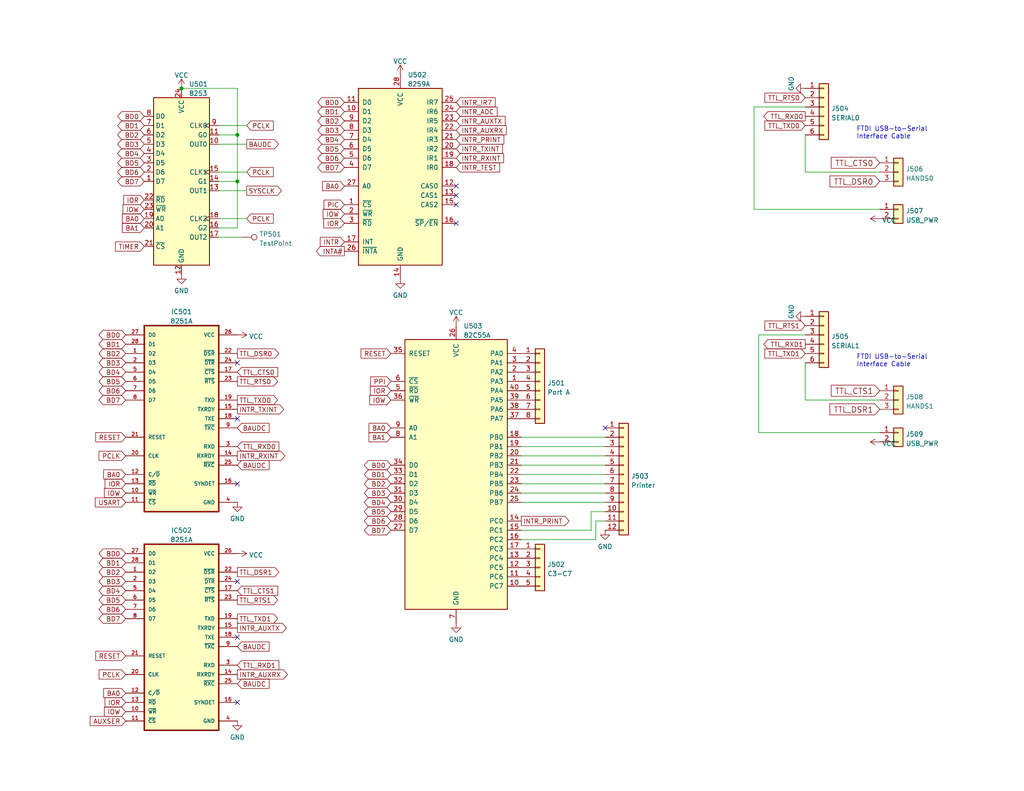
<source format=kicad_sch>
(kicad_sch (version 20211123) (generator eeschema)
  (paper "A")
  (title_block (title "8088Min CPU Board") (date "2022-10-07") (rev "1.0-001") (comment 1 "8088 Minimum-mode SBC") (comment 2 "Based on design from Walter Fuller"))
  (lib_symbols
    (symbol "8251A:8251A" (pin_names (offset 1.016))
      (property "Reference" "IC" (at -10.16 26.67 0))
      (property "Value" "8251A" (at -10.16 -27.94 0))
      (symbol "8251A_0_0"
        (rectangle (start -10.16 -25.4) (end 10.16 25.4) (stroke (width 0.4064)) (fill (type background)))
        (pin tri_state line (at -15.24 17.78 0) (length 5.08) (name "D2") (number "1"))
        (pin input line (at -15.24 -20.32 0) (length 5.08) (name "~{WR}") (number "10"))
        (pin input line (at -15.24 -22.86 0) (length 5.08) (name "~{CS}") (number "11"))
        (pin input line (at -15.24 -15.24 0) (length 5.08) (name "C/~{D}") (number "12"))
        (pin input line (at -15.24 -17.78 0) (length 5.08) (name "~{RD}") (number "13"))
        (pin output line (at 15.24 -10.16 180) (length 5.08) (name "RXRDY") (number "14"))
        (pin output line (at 15.24 2.54 180) (length 5.08) (name "TXRDY") (number "15"))
        (pin bidirectional line (at 15.24 -17.78 180) (length 5.08) (name "SYNDET") (number "16"))
        (pin input line (at 15.24 12.7 180) (length 5.08) (name "~{CTS}") (number "17"))
        (pin output line (at 15.24 0 180) (length 5.08) (name "TXE") (number "18"))
        (pin output line (at 15.24 5.08 180) (length 5.08) (name "TXD") (number "19"))
        (pin tri_state line (at -15.24 15.24 0) (length 5.08) (name "D3") (number "2"))
        (pin input line (at -15.24 -10.16 0) (length 5.08) (name "CLK") (number "20"))
        (pin input line (at -15.24 -5.08 0) (length 5.08) (name "RESET") (number "21"))
        (pin input line (at 15.24 17.78 180) (length 5.08) (name "~{DSR}") (number "22"))
        (pin output line (at 15.24 10.16 180) (length 5.08) (name "~{RTS}") (number "23"))
        (pin output line (at 15.24 15.24 180) (length 5.08) (name "~{DTR}") (number "24"))
        (pin input line (at 15.24 -12.7 180) (length 5.08) (name "~{RXC}") (number "25"))
        (pin power_in line (at 15.24 22.86 180) (length 5.08) (name "VCC") (number "26"))
        (pin tri_state line (at -15.24 22.86 0) (length 5.08) (name "D0") (number "27"))
        (pin tri_state line (at -15.24 20.32 0) (length 5.08) (name "D1") (number "28"))
        (pin input line (at 15.24 -7.62 180) (length 5.08) (name "RXD") (number "3"))
        (pin power_in line (at 15.24 -22.86 180) (length 5.08) (name "GND") (number "4"))
        (pin tri_state line (at -15.24 12.7 0) (length 5.08) (name "D4") (number "5"))
        (pin tri_state line (at -15.24 10.16 0) (length 5.08) (name "D5") (number "6"))
        (pin tri_state line (at -15.24 7.62 0) (length 5.08) (name "D6") (number "7"))
        (pin tri_state line (at -15.24 5.08 0) (length 5.08) (name "D7") (number "8"))
        (pin input line (at 15.24 -2.54 180) (length 5.08) (name "~{TXC}") (number "9"))
      )
    )
    (symbol "Connector:TestPoint" (pin_numbers hide) (pin_names (offset 0.762) hide)
      (property "Reference" "TP" (at 0 6.858 0))
      (property "Value" "TestPoint" (at 0 5.08 0))
      (symbol "TestPoint_0_1"
        (circle (center 0 3.302) (radius 0.762))
      )
      (symbol "TestPoint_1_1"
        (pin passive line (at 0 0 90) (length 2.54) (name "1") (number "1"))
      )
    )
    (symbol "Connector_Generic:Conn_01x02" (pin_names (offset 1.016) hide)
      (property "Reference" "J" (at 0 2.54 0))
      (property "Value" "Conn_01x02" (at 0 -5.08 0))
      (symbol "Conn_01x02_1_1"
        (rectangle (start -1.27 -2.413) (end 0 -2.667) (stroke (width 0.1524)))
        (rectangle (start -1.27 0.127) (end 0 -0.127) (stroke (width 0.1524)))
        (rectangle (start -1.27 1.27) (end 1.27 -3.81) (stroke (width 0.254)) (fill (type background)))
        (pin passive line (at -5.08 0 0) (length 3.81) (name "Pin_1") (number "1"))
        (pin passive line (at -5.08 -2.54 0) (length 3.81) (name "Pin_2") (number "2"))
      )
    )
    (symbol "Connector_Generic:Conn_01x03" (pin_names (offset 1.016) hide)
      (property "Reference" "J" (at 0 5.08 0))
      (property "Value" "Conn_01x03" (at 0 -5.08 0))
      (symbol "Conn_01x03_1_1"
        (rectangle (start -1.27 -2.413) (end 0 -2.667) (stroke (width 0.1524)))
        (rectangle (start -1.27 0.127) (end 0 -0.127) (stroke (width 0.1524)))
        (rectangle (start -1.27 2.667) (end 0 2.413) (stroke (width 0.1524)))
        (rectangle (start -1.27 3.81) (end 1.27 -3.81) (stroke (width 0.254)) (fill (type background)))
        (pin passive line (at -5.08 2.54 0) (length 3.81) (name "Pin_1") (number "1"))
        (pin passive line (at -5.08 0 0) (length 3.81) (name "Pin_2") (number "2"))
        (pin passive line (at -5.08 -2.54 0) (length 3.81) (name "Pin_3") (number "3"))
      )
    )
    (symbol "Connector_Generic:Conn_01x05" (pin_names (offset 1.016) hide)
      (property "Reference" "J" (at 0 7.62 0))
      (property "Value" "Conn_01x05" (at 0 -7.62 0))
      (symbol "Conn_01x05_1_1"
        (rectangle (start -1.27 -4.953) (end 0 -5.207) (stroke (width 0.1524)))
        (rectangle (start -1.27 -2.413) (end 0 -2.667) (stroke (width 0.1524)))
        (rectangle (start -1.27 0.127) (end 0 -0.127) (stroke (width 0.1524)))
        (rectangle (start -1.27 2.667) (end 0 2.413) (stroke (width 0.1524)))
        (rectangle (start -1.27 5.207) (end 0 4.953) (stroke (width 0.1524)))
        (rectangle (start -1.27 6.35) (end 1.27 -6.35) (stroke (width 0.254)) (fill (type background)))
        (pin passive line (at -5.08 5.08 0) (length 3.81) (name "Pin_1") (number "1"))
        (pin passive line (at -5.08 2.54 0) (length 3.81) (name "Pin_2") (number "2"))
        (pin passive line (at -5.08 0 0) (length 3.81) (name "Pin_3") (number "3"))
        (pin passive line (at -5.08 -2.54 0) (length 3.81) (name "Pin_4") (number "4"))
        (pin passive line (at -5.08 -5.08 0) (length 3.81) (name "Pin_5") (number "5"))
      )
    )
    (symbol "Connector_Generic:Conn_01x06" (pin_names (offset 1.016) hide)
      (property "Reference" "J" (at 0 7.62 0))
      (property "Value" "Conn_01x06" (at 0 -10.16 0))
      (symbol "Conn_01x06_1_1"
        (rectangle (start -1.27 -7.493) (end 0 -7.747) (stroke (width 0.1524)))
        (rectangle (start -1.27 -4.953) (end 0 -5.207) (stroke (width 0.1524)))
        (rectangle (start -1.27 -2.413) (end 0 -2.667) (stroke (width 0.1524)))
        (rectangle (start -1.27 0.127) (end 0 -0.127) (stroke (width 0.1524)))
        (rectangle (start -1.27 2.667) (end 0 2.413) (stroke (width 0.1524)))
        (rectangle (start -1.27 5.207) (end 0 4.953) (stroke (width 0.1524)))
        (rectangle (start -1.27 6.35) (end 1.27 -8.89) (stroke (width 0.254)) (fill (type background)))
        (pin passive line (at -5.08 5.08 0) (length 3.81) (name "Pin_1") (number "1"))
        (pin passive line (at -5.08 2.54 0) (length 3.81) (name "Pin_2") (number "2"))
        (pin passive line (at -5.08 0 0) (length 3.81) (name "Pin_3") (number "3"))
        (pin passive line (at -5.08 -2.54 0) (length 3.81) (name "Pin_4") (number "4"))
        (pin passive line (at -5.08 -5.08 0) (length 3.81) (name "Pin_5") (number "5"))
        (pin passive line (at -5.08 -7.62 0) (length 3.81) (name "Pin_6") (number "6"))
      )
    )
    (symbol "Connector_Generic:Conn_01x08" (pin_names (offset 1.016) hide)
      (property "Reference" "J" (at 0 10.16 0))
      (property "Value" "Conn_01x08" (at 0 -12.7 0))
      (symbol "Conn_01x08_1_1"
        (rectangle (start -1.27 -10.033) (end 0 -10.287) (stroke (width 0.1524)))
        (rectangle (start -1.27 -7.493) (end 0 -7.747) (stroke (width 0.1524)))
        (rectangle (start -1.27 -4.953) (end 0 -5.207) (stroke (width 0.1524)))
        (rectangle (start -1.27 -2.413) (end 0 -2.667) (stroke (width 0.1524)))
        (rectangle (start -1.27 0.127) (end 0 -0.127) (stroke (width 0.1524)))
        (rectangle (start -1.27 2.667) (end 0 2.413) (stroke (width 0.1524)))
        (rectangle (start -1.27 5.207) (end 0 4.953) (stroke (width 0.1524)))
        (rectangle (start -1.27 7.747) (end 0 7.493) (stroke (width 0.1524)))
        (rectangle (start -1.27 8.89) (end 1.27 -11.43) (stroke (width 0.254)) (fill (type background)))
        (pin passive line (at -5.08 7.62 0) (length 3.81) (name "Pin_1") (number "1"))
        (pin passive line (at -5.08 5.08 0) (length 3.81) (name "Pin_2") (number "2"))
        (pin passive line (at -5.08 2.54 0) (length 3.81) (name "Pin_3") (number "3"))
        (pin passive line (at -5.08 0 0) (length 3.81) (name "Pin_4") (number "4"))
        (pin passive line (at -5.08 -2.54 0) (length 3.81) (name "Pin_5") (number "5"))
        (pin passive line (at -5.08 -5.08 0) (length 3.81) (name "Pin_6") (number "6"))
        (pin passive line (at -5.08 -7.62 0) (length 3.81) (name "Pin_7") (number "7"))
        (pin passive line (at -5.08 -10.16 0) (length 3.81) (name "Pin_8") (number "8"))
      )
    )
    (symbol "Connector_Generic:Conn_01x12" (pin_names (offset 1.016) hide)
      (property "Reference" "J" (at 0 15.24 0))
      (property "Value" "Conn_01x12" (at 0 -17.78 0))
      (symbol "Conn_01x12_1_1"
        (rectangle (start -1.27 -15.113) (end 0 -15.367) (stroke (width 0.1524)))
        (rectangle (start -1.27 -12.573) (end 0 -12.827) (stroke (width 0.1524)))
        (rectangle (start -1.27 -10.033) (end 0 -10.287) (stroke (width 0.1524)))
        (rectangle (start -1.27 -7.493) (end 0 -7.747) (stroke (width 0.1524)))
        (rectangle (start -1.27 -4.953) (end 0 -5.207) (stroke (width 0.1524)))
        (rectangle (start -1.27 -2.413) (end 0 -2.667) (stroke (width 0.1524)))
        (rectangle (start -1.27 0.127) (end 0 -0.127) (stroke (width 0.1524)))
        (rectangle (start -1.27 2.667) (end 0 2.413) (stroke (width 0.1524)))
        (rectangle (start -1.27 5.207) (end 0 4.953) (stroke (width 0.1524)))
        (rectangle (start -1.27 7.747) (end 0 7.493) (stroke (width 0.1524)))
        (rectangle (start -1.27 10.287) (end 0 10.033) (stroke (width 0.1524)))
        (rectangle (start -1.27 12.827) (end 0 12.573) (stroke (width 0.1524)))
        (rectangle (start -1.27 13.97) (end 1.27 -16.51) (stroke (width 0.254)) (fill (type background)))
        (pin passive line (at -5.08 12.7 0) (length 3.81) (name "Pin_1") (number "1"))
        (pin passive line (at -5.08 -10.16 0) (length 3.81) (name "Pin_10") (number "10"))
        (pin passive line (at -5.08 -12.7 0) (length 3.81) (name "Pin_11") (number "11"))
        (pin passive line (at -5.08 -15.24 0) (length 3.81) (name "Pin_12") (number "12"))
        (pin passive line (at -5.08 10.16 0) (length 3.81) (name "Pin_2") (number "2"))
        (pin passive line (at -5.08 7.62 0) (length 3.81) (name "Pin_3") (number "3"))
        (pin passive line (at -5.08 5.08 0) (length 3.81) (name "Pin_4") (number "4"))
        (pin passive line (at -5.08 2.54 0) (length 3.81) (name "Pin_5") (number "5"))
        (pin passive line (at -5.08 0 0) (length 3.81) (name "Pin_6") (number "6"))
        (pin passive line (at -5.08 -2.54 0) (length 3.81) (name "Pin_7") (number "7"))
        (pin passive line (at -5.08 -5.08 0) (length 3.81) (name "Pin_8") (number "8"))
        (pin passive line (at -5.08 -7.62 0) (length 3.81) (name "Pin_9") (number "9"))
      )
    )
    (symbol "Interface:8259A" (pin_names (offset 1.016))
      (property "Reference" "U" (at -10.16 25.4 0))
      (property "Value" "8259A" (at 8.89 25.4 0))
      (symbol "8259A_0_1"
        (rectangle (start -11.43 24.13) (end 11.43 -24.13) (stroke (width 0.254)) (fill (type background)))
      )
      (symbol "8259A_1_1"
        (pin input line (at -15.24 -7.62 0) (length 3.81) (name "~{CS}") (number "1"))
        (pin bidirectional line (at -15.24 17.78 0) (length 3.81) (name "D1") (number "10"))
        (pin bidirectional line (at -15.24 20.32 0) (length 3.81) (name "D0") (number "11"))
        (pin input line (at 15.24 -2.54 180) (length 3.81) (name "CAS0") (number "12"))
        (pin output line (at 15.24 -5.08 180) (length 3.81) (name "CAS1") (number "13"))
        (pin power_in line (at 0 -27.94 90) (length 3.81) (name "GND") (number "14"))
        (pin output line (at 15.24 -7.62 180) (length 3.81) (name "CAS2") (number "15"))
        (pin bidirectional line (at 15.24 -12.7 180) (length 3.81) (name "~{SP}/~{EN}") (number "16"))
        (pin output line (at -15.24 -17.78 0) (length 3.81) (name "INT") (number "17"))
        (pin input line (at 15.24 2.54 180) (length 3.81) (name "IR0") (number "18"))
        (pin input line (at 15.24 5.08 180) (length 3.81) (name "IR1") (number "19"))
        (pin input line (at -15.24 -10.16 0) (length 3.81) (name "~{WR}") (number "2"))
        (pin input line (at 15.24 7.62 180) (length 3.81) (name "IR2") (number "20"))
        (pin input line (at 15.24 10.16 180) (length 3.81) (name "IR3") (number "21"))
        (pin input line (at 15.24 12.7 180) (length 3.81) (name "IR4") (number "22"))
        (pin input line (at 15.24 15.24 180) (length 3.81) (name "IR5") (number "23"))
        (pin input line (at 15.24 17.78 180) (length 3.81) (name "IR6") (number "24"))
        (pin input line (at 15.24 20.32 180) (length 3.81) (name "IR7") (number "25"))
        (pin input line (at -15.24 -20.32 0) (length 3.81) (name "~{INTA}") (number "26"))
        (pin input line (at -15.24 -2.54 0) (length 3.81) (name "A0") (number "27"))
        (pin power_in line (at 0 27.94 270) (length 3.81) (name "VCC") (number "28"))
        (pin input line (at -15.24 -12.7 0) (length 3.81) (name "~{RD}") (number "3"))
        (pin bidirectional line (at -15.24 2.54 0) (length 3.81) (name "D7") (number "4"))
        (pin bidirectional line (at -15.24 5.08 0) (length 3.81) (name "D6") (number "5"))
        (pin bidirectional line (at -15.24 7.62 0) (length 3.81) (name "D5") (number "6"))
        (pin bidirectional line (at -15.24 10.16 0) (length 3.81) (name "D4") (number "7"))
        (pin bidirectional line (at -15.24 12.7 0) (length 3.81) (name "D3") (number "8"))
        (pin bidirectional line (at -15.24 15.24 0) (length 3.81) (name "D2") (number "9"))
      )
    )
    (symbol "Interface:82C55A" (pin_names (offset 1.016))
      (property "Reference" "U" (at -13.97 38.1 0))
      (property "Value" "82C55A" (at 8.89 38.1 0))
      (symbol "82C55A_1_1"
        (rectangle (start -13.97 -36.83) (end 13.97 36.83) (stroke (width 0.254)) (fill (type background)))
        (pin bidirectional line (at 17.78 25.4 180) (length 3.81) (name "PA3") (number "1"))
        (pin bidirectional line (at 17.78 -30.48 180) (length 3.81) (name "PC7") (number "10"))
        (pin bidirectional line (at 17.78 -27.94 180) (length 3.81) (name "PC6") (number "11"))
        (pin bidirectional line (at 17.78 -25.4 180) (length 3.81) (name "PC5") (number "12"))
        (pin bidirectional line (at 17.78 -22.86 180) (length 3.81) (name "PC4") (number "13"))
        (pin bidirectional line (at 17.78 -12.7 180) (length 3.81) (name "PC0") (number "14"))
        (pin bidirectional line (at 17.78 -15.24 180) (length 3.81) (name "PC1") (number "15"))
        (pin bidirectional line (at 17.78 -17.78 180) (length 3.81) (name "PC2") (number "16"))
        (pin bidirectional line (at 17.78 -20.32 180) (length 3.81) (name "PC3") (number "17"))
        (pin bidirectional line (at 17.78 10.16 180) (length 3.81) (name "PB0") (number "18"))
        (pin bidirectional line (at 17.78 7.62 180) (length 3.81) (name "PB1") (number "19"))
        (pin bidirectional line (at 17.78 27.94 180) (length 3.81) (name "PA2") (number "2"))
        (pin bidirectional line (at 17.78 5.08 180) (length 3.81) (name "PB2") (number "20"))
        (pin bidirectional line (at 17.78 2.54 180) (length 3.81) (name "PB3") (number "21"))
        (pin bidirectional line (at 17.78 0 180) (length 3.81) (name "PB4") (number "22"))
        (pin bidirectional line (at 17.78 -2.54 180) (length 3.81) (name "PB5") (number "23"))
        (pin bidirectional line (at 17.78 -5.08 180) (length 3.81) (name "PB6") (number "24"))
        (pin bidirectional line (at 17.78 -7.62 180) (length 3.81) (name "PB7") (number "25"))
        (pin power_in line (at 0 40.64 270) (length 3.81) (name "VCC") (number "26"))
        (pin bidirectional line (at -17.78 -15.24 0) (length 3.81) (name "D7") (number "27"))
        (pin bidirectional line (at -17.78 -12.7 0) (length 3.81) (name "D6") (number "28"))
        (pin bidirectional line (at -17.78 -10.16 0) (length 3.81) (name "D5") (number "29"))
        (pin bidirectional line (at 17.78 30.48 180) (length 3.81) (name "PA1") (number "3"))
        (pin bidirectional line (at -17.78 -7.62 0) (length 3.81) (name "D4") (number "30"))
        (pin bidirectional line (at -17.78 -5.08 0) (length 3.81) (name "D3") (number "31"))
        (pin bidirectional line (at -17.78 -2.54 0) (length 3.81) (name "D2") (number "32"))
        (pin bidirectional line (at -17.78 0 0) (length 3.81) (name "D1") (number "33"))
        (pin bidirectional line (at -17.78 2.54 0) (length 3.81) (name "D0") (number "34"))
        (pin input line (at -17.78 33.02 0) (length 3.81) (name "RESET") (number "35"))
        (pin input line (at -17.78 20.32 0) (length 3.81) (name "~{WR}") (number "36"))
        (pin bidirectional line (at 17.78 15.24 180) (length 3.81) (name "PA7") (number "37"))
        (pin bidirectional line (at 17.78 17.78 180) (length 3.81) (name "PA6") (number "38"))
        (pin bidirectional line (at 17.78 20.32 180) (length 3.81) (name "PA5") (number "39"))
        (pin bidirectional line (at 17.78 33.02 180) (length 3.81) (name "PA0") (number "4"))
        (pin bidirectional line (at 17.78 22.86 180) (length 3.81) (name "PA4") (number "40"))
        (pin input line (at -17.78 22.86 0) (length 3.81) (name "~{RD}") (number "5"))
        (pin input line (at -17.78 25.4 0) (length 3.81) (name "~{CS}") (number "6"))
        (pin power_in line (at 0 -40.64 90) (length 3.81) (name "GND") (number "7"))
        (pin input line (at -17.78 10.16 0) (length 3.81) (name "A1") (number "8"))
        (pin input line (at -17.78 12.7 0) (length 3.81) (name "A0") (number "9"))
      )
    )
    (symbol "Timer:8253"
      (property "Reference" "U" (at -5.08 24.13 0))
      (property "Value" "8253" (at 2.54 24.13 0))
      (symbol "8253_0_1"
        (rectangle (start -7.62 -22.86) (end 7.62 22.86) (stroke (width 0.254)) (fill (type background)))
      )
      (symbol "8253_1_1"
        (pin bidirectional line (at -10.16 0 0) (length 2.54) (name "D7") (number "1"))
        (pin output line (at 10.16 10.16 180) (length 2.54) (name "OUT0") (number "10"))
        (pin input line (at 10.16 12.7 180) (length 2.54) (name "G0") (number "11"))
        (pin power_in line (at 0 -25.4 90) (length 2.54) (name "GND") (number "12"))
        (pin output line (at 10.16 -2.54 180) (length 2.54) (name "OUT1") (number "13"))
        (pin input line (at 10.16 0 180) (length 2.54) (name "G1") (number "14"))
        (pin input clock (at 10.16 2.54 180) (length 2.54) (name "CLK1") (number "15"))
        (pin input line (at 10.16 -12.7 180) (length 2.54) (name "G2") (number "16"))
        (pin output line (at 10.16 -15.24 180) (length 2.54) (name "OUT2") (number "17"))
        (pin input clock (at 10.16 -10.16 180) (length 2.54) (name "CLK2") (number "18"))
        (pin input line (at -10.16 -10.16 0) (length 2.54) (name "A0") (number "19"))
        (pin bidirectional line (at -10.16 2.54 0) (length 2.54) (name "D6") (number "2"))
        (pin input line (at -10.16 -12.7 0) (length 2.54) (name "A1") (number "20"))
        (pin input line (at -10.16 -17.78 0) (length 2.54) (name "~{CS}") (number "21"))
        (pin input line (at -10.16 -5.08 0) (length 2.54) (name "~{RD}") (number "22"))
        (pin input line (at -10.16 -7.62 0) (length 2.54) (name "~{WR}") (number "23"))
        (pin power_in line (at 0 25.4 270) (length 2.54) (name "VCC") (number "24"))
        (pin bidirectional line (at -10.16 5.08 0) (length 2.54) (name "D5") (number "3"))
        (pin bidirectional line (at -10.16 7.62 0) (length 2.54) (name "D4") (number "4"))
        (pin bidirectional line (at -10.16 10.16 0) (length 2.54) (name "D3") (number "5"))
        (pin bidirectional line (at -10.16 12.7 0) (length 2.54) (name "D2") (number "6"))
        (pin bidirectional line (at -10.16 15.24 0) (length 2.54) (name "D1") (number "7"))
        (pin bidirectional line (at -10.16 17.78 0) (length 2.54) (name "D0") (number "8"))
        (pin input clock (at 10.16 15.24 180) (length 2.54) (name "CLK0") (number "9"))
      )
    )
    (symbol "power:GND" (power) (pin_names (offset 0))
      (property "Value" "GND" (at 0 -3.81 0))
      (symbol "GND_0_1"
        (polyline (pts (xy 0 0) (xy 0 -1.27) (xy 1.27 -1.27) (xy 0 -2.54) (xy -1.27 -1.27) (xy 0 -1.27)))
      )
      (symbol "GND_1_1"
        (pin power_in line (at 0 0 270) (length 0) hide (name "GND") (number "1"))
      )
    )
    (symbol "power:VCC" (power) (pin_names (offset 0))
      (property "Value" "VCC" (at 0 3.81 0))
      (symbol "VCC_0_1"
        (polyline (pts (xy -0.762 1.27) (xy 0 2.54)))
        (polyline (pts (xy 0 0) (xy 0 2.54)))
        (polyline (pts (xy 0 2.54) (xy 0.762 1.27)))
      )
      (symbol "VCC_1_1"
        (pin power_in line (at 0 0 90) (length 0) hide (name "VCC") (number "1"))
      )
    )
  )
  (junction (at 64.77 49.53))
  (junction (at 64.77 36.83))
  (junction (at 49.53 24.13))
  (no_connect (at 64.77 173.99))
  (no_connect (at 64.77 99.06))
  (no_connect (at 64.77 114.3))
  (no_connect (at 64.77 132.08))
  (no_connect (at 64.77 158.75))
  (no_connect (at 64.77 191.77))
  (no_connect (at 165.1 116.84))
  (no_connect (at 124.46 53.34))
  (no_connect (at 124.46 60.96))
  (no_connect (at 124.46 50.8))
  (no_connect (at 124.46 55.88))
  (wire (pts (xy 142.24 129.54) (xy 165.1 129.54)))
  (wire (pts (xy 64.77 49.53) (xy 59.69 49.53)))
  (wire (pts (xy 219.71 99.06) (xy 219.71 109.22)))
  (wire (pts (xy 59.69 34.29) (xy 67.31 34.29)))
  (wire (pts (xy 142.24 124.46) (xy 165.1 124.46)))
  (wire (pts (xy 49.53 24.13) (xy 64.77 24.13)))
  (wire (pts (xy 64.77 24.13) (xy 64.77 36.83)))
  (wire (pts (xy 165.1 139.7) (xy 161.29 139.7)))
  (wire (pts (xy 219.71 46.99) (xy 240.03 46.99)))
  (wire (pts (xy 142.24 121.92) (xy 165.1 121.92)))
  (wire (pts (xy 64.77 62.23) (xy 59.69 62.23)))
  (wire (pts (xy 142.24 127) (xy 165.1 127)))
  (wire (pts (xy 64.77 36.83) (xy 59.69 36.83)))
  (wire (pts (xy 162.56 147.32) (xy 162.56 142.24)))
  (wire (pts (xy 207.01 91.44) (xy 207.01 118.11)))
  (wire (pts (xy 142.24 134.62) (xy 165.1 134.62)))
  (wire (pts (xy 59.69 46.99) (xy 67.31 46.99)))
  (wire (pts (xy 207.01 118.11) (xy 240.03 118.11)))
  (wire (pts (xy 142.24 147.32) (xy 162.56 147.32)))
  (wire (pts (xy 59.69 52.07) (xy 67.31 52.07)))
  (wire (pts (xy 162.56 142.24) (xy 165.1 142.24)))
  (wire (pts (xy 161.29 139.7) (xy 161.29 144.78)))
  (wire (pts (xy 59.69 64.77) (xy 66.04 64.77)))
  (wire (pts (xy 64.77 36.83) (xy 64.77 49.53)))
  (wire (pts (xy 142.24 119.38) (xy 165.1 119.38)))
  (wire (pts (xy 142.24 137.16) (xy 165.1 137.16)))
  (wire (pts (xy 240.03 57.15) (xy 205.74 57.15)))
  (wire (pts (xy 59.69 59.69) (xy 67.31 59.69)))
  (wire (pts (xy 161.29 144.78) (xy 142.24 144.78)))
  (wire (pts (xy 207.01 91.44) (xy 219.71 91.44)))
  (wire (pts (xy 205.74 57.15) (xy 205.74 29.21)))
  (wire (pts (xy 64.77 49.53) (xy 64.77 62.23)))
  (wire (pts (xy 59.69 39.37) (xy 67.31 39.37)))
  (wire (pts (xy 219.71 109.22) (xy 240.03 109.22)))
  (wire (pts (xy 205.74 29.21) (xy 219.71 29.21)))
  (wire (pts (xy 142.24 132.08) (xy 165.1 132.08)))
  (wire (pts (xy 219.71 36.83) (xy 219.71 46.99)))
  (text "FTDI USB-to-Serial\nInterface Cable" (at 233.68 38.1 0) (effects (font (size 1.27 1.27)) (justify left bottom)))
  (text "FTDI USB-to-Serial\nInterface Cable" (at 233.68 100.33 0) (effects (font (size 1.27 1.27)) (justify left bottom)))
  (global_label "IOR" (shape input) (at 34.29 191.77 180) (property "Intersheet References" "${INTERSHEET_REFS}" (effects hide)))
  (global_label "TIMER" (shape input) (at 39.37 67.31 180) (property "Intersheet References" "${INTERSHEET_REFS}" (effects hide)))
  (global_label "BAUDC" (shape input) (at 64.77 176.53 0) (property "Intersheet References" "${INTERSHEET_REFS}" (effects hide)))
  (global_label "BAUDC" (shape output) (at 67.31 39.37 0) (property "Intersheet References" "${INTERSHEET_REFS}" (effects hide)))
  (global_label "BD7" (shape bidirectional) (at 93.98 45.72 180) (property "Intersheet References" "${INTERSHEET_REFS}" (effects hide)))
  (global_label "IOW" (shape input) (at 39.37 57.15 180) (property "Intersheet References" "${INTERSHEET_REFS}" (effects hide)))
  (global_label "BD3" (shape bidirectional) (at 93.98 35.56 180) (property "Intersheet References" "${INTERSHEET_REFS}" (effects hide)))
  (global_label "INTR_AUXTX" (shape input) (at 124.46 33.02 0) (property "Intersheet References" "${INTERSHEET_REFS}" (effects hide)))
  (global_label "INTR_ADC" (shape input) (at 124.46 30.48 0) (property "Intersheet References" "${INTERSHEET_REFS}" (effects hide)))
  (global_label "TTL_CTS1" (shape input) (at 64.77 161.29 0) (property "Intersheet References" "${INTERSHEET_REFS}" (effects hide)))
  (global_label "BD2" (shape bidirectional) (at 106.68 132.08 180) (property "Intersheet References" "${INTERSHEET_REFS}" (effects hide)))
  (global_label "BD0" (shape bidirectional) (at 106.68 127 180) (property "Intersheet References" "${INTERSHEET_REFS}" (effects hide)))
  (global_label "USART" (shape input) (at 34.29 137.16 180) (property "Intersheet References" "${INTERSHEET_REFS}" (effects hide)))
  (global_label "BD6" (shape bidirectional) (at 93.98 43.18 180) (property "Intersheet References" "${INTERSHEET_REFS}" (effects hide)))
  (global_label "PIC" (shape input) (at 93.98 55.88 180) (property "Intersheet References" "${INTERSHEET_REFS}" (effects hide)))
  (global_label "BD5" (shape bidirectional) (at 106.68 139.7 180) (property "Intersheet References" "${INTERSHEET_REFS}" (effects hide)))
  (global_label "BD0" (shape bidirectional) (at 39.37 31.75 180) (property "Intersheet References" "${INTERSHEET_REFS}" (effects hide)))
  (global_label "BD2" (shape bidirectional) (at 34.29 156.21 180) (property "Intersheet References" "${INTERSHEET_REFS}" (effects hide)))
  (global_label "BD0" (shape bidirectional) (at 93.98 27.94 180) (property "Intersheet References" "${INTERSHEET_REFS}" (effects hide)))
  (global_label "BA0" (shape input) (at 93.98 50.8 180) (property "Intersheet References" "${INTERSHEET_REFS}" (effects hide)))
  (global_label "BAUDC" (shape input) (at 64.77 186.69 0) (property "Intersheet References" "${INTERSHEET_REFS}" (effects hide)))
  (global_label "AUXSER" (shape input) (at 34.29 196.85 180) (property "Intersheet References" "${INTERSHEET_REFS}" (effects hide)))
  (global_label "BD1" (shape bidirectional) (at 39.37 34.29 180) (property "Intersheet References" "${INTERSHEET_REFS}" (effects hide)))
  (global_label "RESET" (shape input) (at 34.29 179.07 180) (property "Intersheet References" "${INTERSHEET_REFS}" (effects hide)))
  (global_label "BD3" (shape bidirectional) (at 34.29 99.06 180) (property "Intersheet References" "${INTERSHEET_REFS}" (effects hide)))
  (global_label "IOW" (shape input) (at 34.29 134.62 180) (property "Intersheet References" "${INTERSHEET_REFS}" (effects hide)))
  (global_label "TTL_RXD0" (shape output) (at 219.71 31.75 180) (property "Intersheet References" "${INTERSHEET_REFS}" (effects hide)))
  (global_label "IOW" (shape input) (at 106.68 109.22 180) (property "Intersheet References" "${INTERSHEET_REFS}" (effects hide)))
  (global_label "BD0" (shape bidirectional) (at 34.29 151.13 180) (property "Intersheet References" "${INTERSHEET_REFS}" (effects hide)))
  (global_label "TTL_RTS1" (shape output) (at 64.77 163.83 0) (property "Intersheet References" "${INTERSHEET_REFS}" (effects hide)))
  (global_label "TTL_DSR1" (shape input) (at 240.03 111.76 180) (effects (font (size 1.524 1.524))) (property "Intersheet References" "${INTERSHEET_REFS}" (effects hide)))
  (global_label "BD2" (shape bidirectional) (at 34.29 96.52 180) (property "Intersheet References" "${INTERSHEET_REFS}" (effects hide)))
  (global_label "BD4" (shape bidirectional) (at 106.68 137.16 180) (property "Intersheet References" "${INTERSHEET_REFS}" (effects hide)))
  (global_label "BD1" (shape bidirectional) (at 106.68 129.54 180) (property "Intersheet References" "${INTERSHEET_REFS}" (effects hide)))
  (global_label "PPI" (shape input) (at 106.68 104.14 180) (property "Intersheet References" "${INTERSHEET_REFS}" (effects hide)))
  (global_label "BD6" (shape bidirectional) (at 34.29 166.37 180) (property "Intersheet References" "${INTERSHEET_REFS}" (effects hide)))
  (global_label "INTR_IR7" (shape input) (at 124.46 27.94 0) (property "Intersheet References" "${INTERSHEET_REFS}" (effects hide)))
  (global_label "BD5" (shape bidirectional) (at 34.29 163.83 180) (property "Intersheet References" "${INTERSHEET_REFS}" (effects hide)))
  (global_label "TTL_TXD1" (shape output) (at 64.77 168.91 0) (property "Intersheet References" "${INTERSHEET_REFS}" (effects hide)))
  (global_label "TTL_RXD0" (shape input) (at 64.77 121.92 0) (property "Intersheet References" "${INTERSHEET_REFS}" (effects hide)))
  (global_label "BA0" (shape input) (at 106.68 116.84 180) (property "Intersheet References" "${INTERSHEET_REFS}" (effects hide)))
  (global_label "IOR" (shape input) (at 106.68 106.68 180) (property "Intersheet References" "${INTERSHEET_REFS}" (effects hide)))
  (global_label "BA0" (shape input) (at 39.37 59.69 180) (property "Intersheet References" "${INTERSHEET_REFS}" (effects hide)))
  (global_label "IOR" (shape input) (at 34.29 132.08 180) (property "Intersheet References" "${INTERSHEET_REFS}" (effects hide)))
  (global_label "BD2" (shape bidirectional) (at 93.98 33.02 180) (property "Intersheet References" "${INTERSHEET_REFS}" (effects hide)))
  (global_label "IOR" (shape input) (at 93.98 60.96 180) (property "Intersheet References" "${INTERSHEET_REFS}" (effects hide)))
  (global_label "BD5" (shape bidirectional) (at 39.37 44.45 180) (property "Intersheet References" "${INTERSHEET_REFS}" (effects hide)))
  (global_label "BA0" (shape input) (at 34.29 189.23 180) (property "Intersheet References" "${INTERSHEET_REFS}" (effects hide)))
  (global_label "TTL_RTS0" (shape input) (at 219.71 26.67 180) (property "Intersheet References" "${INTERSHEET_REFS}" (effects hide)))
  (global_label "BD7" (shape bidirectional) (at 34.29 168.91 180) (property "Intersheet References" "${INTERSHEET_REFS}" (effects hide)))
  (global_label "TTL_RTS0" (shape output) (at 64.77 104.14 0) (property "Intersheet References" "${INTERSHEET_REFS}" (effects hide)))
  (global_label "BD3" (shape bidirectional) (at 34.29 158.75 180) (property "Intersheet References" "${INTERSHEET_REFS}" (effects hide)))
  (global_label "BA0" (shape input) (at 34.29 129.54 180) (property "Intersheet References" "${INTERSHEET_REFS}" (effects hide)))
  (global_label "BD5" (shape bidirectional) (at 93.98 40.64 180) (property "Intersheet References" "${INTERSHEET_REFS}" (effects hide)))
  (global_label "TTL_TXD0" (shape output) (at 64.77 109.22 0) (property "Intersheet References" "${INTERSHEET_REFS}" (effects hide)))
  (global_label "TTL_TXD0" (shape input) (at 219.71 34.29 180) (property "Intersheet References" "${INTERSHEET_REFS}" (effects hide)))
  (global_label "BD1" (shape bidirectional) (at 34.29 153.67 180) (property "Intersheet References" "${INTERSHEET_REFS}" (effects hide)))
  (global_label "INTR_TEST" (shape input) (at 124.46 45.72 0) (property "Intersheet References" "${INTERSHEET_REFS}" (effects hide)))
  (global_label "TTL_CTS0" (shape input) (at 240.03 44.45 180) (effects (font (size 1.524 1.524))) (property "Intersheet References" "${INTERSHEET_REFS}" (effects hide)))
  (global_label "RESET" (shape input) (at 106.68 96.52 180) (property "Intersheet References" "${INTERSHEET_REFS}" (effects hide)))
  (global_label "INTR_TXINT" (shape output) (at 64.77 111.76 0) (property "Intersheet References" "${INTERSHEET_REFS}" (effects hide)))
  (global_label "INTA#" (shape output) (at 93.98 68.58 180) (property "Intersheet References" "${INTERSHEET_REFS}" (effects hide)))
  (global_label "BAUDC" (shape input) (at 64.77 116.84 0) (property "Intersheet References" "${INTERSHEET_REFS}" (effects hide)))
  (global_label "PCLK" (shape input) (at 67.31 46.99 0) (property "Intersheet References" "${INTERSHEET_REFS}" (effects hide)))
  (global_label "PCLK" (shape input) (at 67.31 59.69 0) (property "Intersheet References" "${INTERSHEET_REFS}" (effects hide)))
  (global_label "RESET" (shape input) (at 34.29 119.38 180) (property "Intersheet References" "${INTERSHEET_REFS}" (effects hide)))
  (global_label "PCLK" (shape input) (at 34.29 124.46 180) (property "Intersheet References" "${INTERSHEET_REFS}" (effects hide)))
  (global_label "BD7" (shape bidirectional) (at 39.37 49.53 180) (property "Intersheet References" "${INTERSHEET_REFS}" (effects hide)))
  (global_label "BD5" (shape bidirectional) (at 34.29 104.14 180) (property "Intersheet References" "${INTERSHEET_REFS}" (effects hide)))
  (global_label "BD3" (shape bidirectional) (at 106.68 134.62 180) (property "Intersheet References" "${INTERSHEET_REFS}" (effects hide)))
  (global_label "BD1" (shape bidirectional) (at 93.98 30.48 180) (property "Intersheet References" "${INTERSHEET_REFS}" (effects hide)))
  (global_label "BD4" (shape bidirectional) (at 39.37 41.91 180) (property "Intersheet References" "${INTERSHEET_REFS}" (effects hide)))
  (global_label "BD7" (shape bidirectional) (at 34.29 109.22 180) (property "Intersheet References" "${INTERSHEET_REFS}" (effects hide)))
  (global_label "IOW" (shape input) (at 34.29 194.31 180) (property "Intersheet References" "${INTERSHEET_REFS}" (effects hide)))
  (global_label "INTR_PRINT" (shape output) (at 142.24 142.24 0) (property "Intersheet References" "${INTERSHEET_REFS}" (effects hide)))
  (global_label "BA1" (shape input) (at 106.68 119.38 180) (property "Intersheet References" "${INTERSHEET_REFS}" (effects hide)))
  (global_label "TTL_RTS1" (shape input) (at 219.71 88.9 180) (property "Intersheet References" "${INTERSHEET_REFS}" (effects hide)))
  (global_label "INTR_RXINT" (shape input) (at 124.46 43.18 0) (property "Intersheet References" "${INTERSHEET_REFS}" (effects hide)))
  (global_label "BD7" (shape bidirectional) (at 106.68 144.78 180) (property "Intersheet References" "${INTERSHEET_REFS}" (effects hide)))
  (global_label "INTR" (shape input) (at 93.98 66.04 180) (property "Intersheet References" "${INTERSHEET_REFS}" (effects hide)))
  (global_label "TTL_TXD1" (shape input) (at 219.71 96.52 180) (property "Intersheet References" "${INTERSHEET_REFS}" (effects hide)))
  (global_label "BA1" (shape input) (at 39.37 62.23 180) (property "Intersheet References" "${INTERSHEET_REFS}" (effects hide)))
  (global_label "BD0" (shape bidirectional) (at 34.29 91.44 180) (property "Intersheet References" "${INTERSHEET_REFS}" (effects hide)))
  (global_label "TTL_RXD1" (shape output) (at 219.71 93.98 180) (property "Intersheet References" "${INTERSHEET_REFS}" (effects hide)))
  (global_label "BD4" (shape bidirectional) (at 34.29 161.29 180) (property "Intersheet References" "${INTERSHEET_REFS}" (effects hide)))
  (global_label "BD6" (shape bidirectional) (at 34.29 106.68 180) (property "Intersheet References" "${INTERSHEET_REFS}" (effects hide)))
  (global_label "BD2" (shape bidirectional) (at 39.37 36.83 180) (property "Intersheet References" "${INTERSHEET_REFS}" (effects hide)))
  (global_label "BD1" (shape bidirectional) (at 34.29 93.98 180) (property "Intersheet References" "${INTERSHEET_REFS}" (effects hide)))
  (global_label "INTR_TXINT" (shape input) (at 124.46 40.64 0) (property "Intersheet References" "${INTERSHEET_REFS}" (effects hide)))
  (global_label "BAUDC" (shape input) (at 64.77 127 0) (property "Intersheet References" "${INTERSHEET_REFS}" (effects hide)))
  (global_label "IOR" (shape input) (at 39.37 54.61 180) (property "Intersheet References" "${INTERSHEET_REFS}" (effects hide)))
  (global_label "TTL_DSR0" (shape input) (at 240.03 49.53 180) (effects (font (size 1.524 1.524))) (property "Intersheet References" "${INTERSHEET_REFS}" (effects hide)))
  (global_label "TTL_RXD1" (shape input) (at 64.77 181.61 0) (property "Intersheet References" "${INTERSHEET_REFS}" (effects hide)))
  (global_label "INTR_PRINT" (shape input) (at 124.46 38.1 0) (property "Intersheet References" "${INTERSHEET_REFS}" (effects hide)))
  (global_label "BD4" (shape bidirectional) (at 34.29 101.6 180) (property "Intersheet References" "${INTERSHEET_REFS}" (effects hide)))
  (global_label "TTL_CTS1" (shape input) (at 240.03 106.68 180) (effects (font (size 1.524 1.524))) (property "Intersheet References" "${INTERSHEET_REFS}" (effects hide)))
  (global_label "BD3" (shape bidirectional) (at 39.37 39.37 180) (property "Intersheet References" "${INTERSHEET_REFS}" (effects hide)))
  (global_label "PCLK" (shape input) (at 34.29 184.15 180) (property "Intersheet References" "${INTERSHEET_REFS}" (effects hide)))
  (global_label "BD6" (shape bidirectional) (at 39.37 46.99 180) (property "Intersheet References" "${INTERSHEET_REFS}" (effects hide)))
  (global_label "TTL_CTS0" (shape input) (at 64.77 101.6 0) (property "Intersheet References" "${INTERSHEET_REFS}" (effects hide)))
  (global_label "SYSCLK" (shape output) (at 67.31 52.07 0) (property "Intersheet References" "${INTERSHEET_REFS}" (effects hide)))
  (global_label "TTL_DSR1" (shape output) (at 64.77 156.21 0) (property "Intersheet References" "${INTERSHEET_REFS}" (effects hide)))
  (global_label "INTR_RXINT" (shape output) (at 64.77 124.46 0) (property "Intersheet References" "${INTERSHEET_REFS}" (effects hide)))
  (global_label "PCLK" (shape input) (at 67.31 34.29 0) (property "Intersheet References" "${INTERSHEET_REFS}" (effects hide)))
  (global_label "INTR_AUXRX" (shape input) (at 124.46 35.56 0) (property "Intersheet References" "${INTERSHEET_REFS}" (effects hide)))
  (global_label "BD4" (shape bidirectional) (at 93.98 38.1 180) (property "Intersheet References" "${INTERSHEET_REFS}" (effects hide)))
  (global_label "INTR_AUXTX" (shape output) (at 64.77 171.45 0) (property "Intersheet References" "${INTERSHEET_REFS}" (effects hide)))
  (global_label "INTR_AUXRX" (shape output) (at 64.77 184.15 0) (property "Intersheet References" "${INTERSHEET_REFS}" (effects hide)))
  (global_label "TTL_DSR0" (shape output) (at 64.77 96.52 0) (property "Intersheet References" "${INTERSHEET_REFS}" (effects hide)))
  (global_label "BD6" (shape bidirectional) (at 106.68 142.24 180) (property "Intersheet References" "${INTERSHEET_REFS}" (effects hide)))
  (global_label "IOW" (shape input) (at 93.98 58.42 180) (property "Intersheet References" "${INTERSHEET_REFS}" (effects hide)))
  (symbol (lib_id "Connector_Generic:Conn_01x06") (at 224.79 29.21 0) (unit 1)
    (property "Reference" "J504" (at 226.822 29.6453 0) (effects (justify left)))
    (property "Value" "SERIAL0" (at 226.822 32.1822 0) (effects (justify left)))
    (property "Footprint" "Connector_PinHeader_2.54mm:PinHeader_1x06_P2.54mm_Vertical" (effects hide))
  )
  (symbol (lib_id "power:VCC") (at 109.22 20.32 0) (unit 1)
    (property "Reference" "#PWR0507" (effects hide))
    (property "Value" "VCC" (at 109.22 16.7442 0))
  )
  (symbol (lib_id "power:VCC") (at 240.03 59.69 90) (unit 1)
    (property "Reference" "#PWR0514" (effects hide))
    (property "Value" "VCC" (at 240.665 60.1238 90) (effects (justify right)))
  )
  (symbol (lib_id "power:GND") (at 64.77 137.16 0) (unit 1)
    (property "Reference" "#PWR0504" (effects hide))
    (property "Value" "GND" (at 64.77 141.6034 0))
  )
  (symbol (lib_id "Connector_Generic:Conn_01x05") (at 147.32 154.94 0) (unit 1)
    (property "Reference" "J502" (at 149.352 154.1053 0) (effects (justify left)))
    (property "Value" "C3-C7" (at 149.352 156.6422 0) (effects (justify left)))
    (property "Footprint" "Connector_PinHeader_2.54mm:PinHeader_1x05_P2.54mm_Vertical" (effects hide))
  )
  (symbol (lib_id "power:GND") (at 64.77 196.85 0) (unit 1)
    (property "Reference" "#PWR0506" (effects hide))
    (property "Value" "GND" (at 64.77 201.2934 0))
  )
  (symbol (lib_id "Connector_Generic:Conn_01x02") (at 245.11 57.15 0) (unit 1)
    (property "Reference" "J507" (at 247.142 57.5853 0) (effects (justify left)))
    (property "Value" "USB_PWR" (at 247.142 60.1222 0) (effects (justify left)))
    (property "Footprint" "Connector_PinHeader_2.54mm:PinHeader_1x02_P2.54mm_Vertical" (effects hide))
  )
  (symbol (lib_id "Timer:8253") (at 49.53 49.53 0) (unit 1)
    (property "Reference" "U501" (at 51.5494 22.9702 0) (effects (justify left)))
    (property "Value" "8253" (at 51.5494 25.5071 0) (effects (justify left)))
    (property "Footprint" "Package_DIP:DIP-24_W15.24mm" (effects hide))
    (property "Datasheet" "http://www.cpcwiki.eu/imgs/e/e3/8253.pdf" (effects hide))
  )
  (symbol (lib_id "8251A:8251A") (at 49.53 114.3 0) (unit 1)
    (property "Reference" "IC501" (at 49.53 85.124 0))
    (property "Value" "8251A" (at 49.53 87.6609 0))
    (property "Footprint" "Package_DIP:DIP-28_W15.24mm" (effects hide))
  )
  (symbol (lib_id "Connector_Generic:Conn_01x08") (at 147.32 104.14 0) (unit 1)
    (property "Reference" "J501" (at 149.352 104.5753 0) (effects (justify left)))
    (property "Value" "Port A" (at 149.352 107.1122 0) (effects (justify left)))
    (property "Footprint" "Connector_PinHeader_2.54mm:PinHeader_1x08_P2.54mm_Vertical" (effects hide))
  )
  (symbol (lib_id "power:GND") (at 165.1 144.78 0) (unit 1)
    (property "Reference" "#PWR0511" (effects hide))
    (property "Value" "GND" (at 165.1 149.2234 0))
  )
  (symbol (lib_id "power:GND") (at 49.53 74.93 0) (unit 1)
    (property "Reference" "#PWR0502" (effects hide))
    (property "Value" "GND" (at 49.53 79.3734 0))
  )
  (symbol (lib_id "power:GND") (at 219.71 86.36 270) (unit 1)
    (property "Reference" "#PWR0513" (effects hide))
    (property "Value" "GND" (at 215.9 85.09 0))
  )
  (symbol (lib_id "power:VCC") (at 64.77 91.44 270) (unit 1)
    (property "Reference" "#PWR0503" (effects hide))
    (property "Value" "VCC" (at 67.945 91.8738 90) (effects (justify left)))
  )
  (symbol (lib_id "Connector_Generic:Conn_01x03") (at 245.11 46.99 0) (unit 1)
    (property "Reference" "J506" (at 247.142 46.1553 0) (effects (justify left)))
    (property "Value" "HANDS0" (at 247.142 48.6922 0) (effects (justify left)))
    (property "Footprint" "Connector_PinHeader_2.54mm:PinHeader_1x03_P2.54mm_Vertical" (effects hide))
  )
  (symbol (lib_id "power:VCC") (at 64.77 151.13 270) (unit 1)
    (property "Reference" "#PWR0505" (effects hide))
    (property "Value" "VCC" (at 67.945 151.5638 90) (effects (justify left)))
  )
  (symbol (lib_id "power:VCC") (at 124.46 88.9 0) (unit 1)
    (property "Reference" "#PWR0509" (effects hide))
    (property "Value" "VCC" (at 124.46 85.3242 0))
  )
  (symbol (lib_id "Connector:TestPoint") (at 66.04 64.77 270) (unit 1)
    (property "Reference" "TP501" (at 70.739 63.9353 90) (effects (justify left)))
    (property "Value" "TestPoint" (at 70.739 66.4722 90) (effects (justify left)))
    (property "Footprint" "TestPoint:TestPoint_THTPad_1.5x1.5mm_Drill0.7mm" (effects hide))
  )
  (symbol (lib_id "Connector_Generic:Conn_01x12") (at 170.18 129.54 0) (unit 1)
    (property "Reference" "J503" (at 172.212 129.9753 0) (effects (justify left)))
    (property "Value" "Printer" (at 172.212 132.5122 0) (effects (justify left)))
    (property "Footprint" "Connector_PinHeader_2.54mm:PinHeader_1x12_P2.54mm_Vertical" (effects hide))
  )
  (symbol (lib_id "Connector_Generic:Conn_01x06") (at 224.79 91.44 0) (unit 1)
    (property "Reference" "J505" (at 226.822 91.8753 0) (effects (justify left)))
    (property "Value" "SERIAL1" (at 226.822 94.4122 0) (effects (justify left)))
    (property "Footprint" "Connector_PinHeader_2.54mm:PinHeader_1x06_P2.54mm_Vertical" (effects hide))
  )
  (symbol (lib_id "power:VCC") (at 240.03 120.65 90) (unit 1)
    (property "Reference" "#PWR0515" (effects hide))
    (property "Value" "VCC" (at 240.665 121.0838 90) (effects (justify right)))
  )
  (symbol (lib_id "power:GND") (at 109.22 76.2 0) (unit 1)
    (property "Reference" "#PWR0508" (effects hide))
    (property "Value" "GND" (at 109.22 80.6434 0))
  )
  (symbol (lib_id "power:VCC") (at 49.53 24.13 0) (unit 1)
    (property "Reference" "#PWR0501" (effects hide))
    (property "Value" "VCC" (at 49.53 20.5542 0))
  )
  (symbol (lib_id "Connector_Generic:Conn_01x03") (at 245.11 109.22 0) (unit 1)
    (property "Reference" "J508" (at 247.142 108.3853 0) (effects (justify left)))
    (property "Value" "HANDS1" (at 247.142 110.9222 0) (effects (justify left)))
    (property "Footprint" "Connector_PinHeader_2.54mm:PinHeader_1x03_P2.54mm_Vertical" (effects hide))
  )
  (symbol (lib_id "Interface:82C55A") (at 124.46 129.54 0) (unit 1)
    (property "Reference" "U503" (at 126.4794 89.0102 0) (effects (justify left)))
    (property "Value" "82C55A" (at 126.4794 91.5471 0) (effects (justify left)))
    (property "Footprint" "Package_DIP:DIP-40_W15.24mm" (effects hide))
    (property "Datasheet" "http://jap.hu/electronic/8255.pdf" (effects hide))
  )
  (symbol (lib_id "8251A:8251A") (at 49.53 173.99 0) (unit 1)
    (property "Reference" "IC502" (at 49.53 144.814 0))
    (property "Value" "8251A" (at 49.53 147.3509 0))
    (property "Footprint" "Package_DIP:DIP-28_W15.24mm" (effects hide))
  )
  (symbol (lib_id "Interface:8259A") (at 109.22 48.26 0) (unit 1)
    (property "Reference" "U502" (at 111.2394 20.4302 0) (effects (justify left)))
    (property "Value" "8259A" (at 111.2394 22.9671 0) (effects (justify left)))
    (property "Footprint" "Package_DIP:DIP-28_W15.24mm" (effects hide))
    (property "Datasheet" "http://pdos.csail.mit.edu/6.828/2005/readings/hardware/8259A.pdf" (effects hide))
  )
  (symbol (lib_id "Connector_Generic:Conn_01x02") (at 245.11 118.11 0) (unit 1)
    (property "Reference" "J509" (at 247.142 118.5453 0) (effects (justify left)))
    (property "Value" "USB_PWR" (at 247.142 121.0822 0) (effects (justify left)))
    (property "Footprint" "Connector_PinHeader_2.54mm:PinHeader_1x02_P2.54mm_Vertical" (effects hide))
  )
  (symbol (lib_id "power:GND") (at 219.71 24.13 270) (unit 1)
    (property "Reference" "#PWR0512" (effects hide))
    (property "Value" "GND" (at 215.9 22.86 0))
  )
  (symbol (lib_id "power:GND") (at 124.46 170.18 0) (unit 1)
    (property "Reference" "#PWR0510" (effects hide))
    (property "Value" "GND" (at 124.46 174.6234 0))
  )
)
</source>
